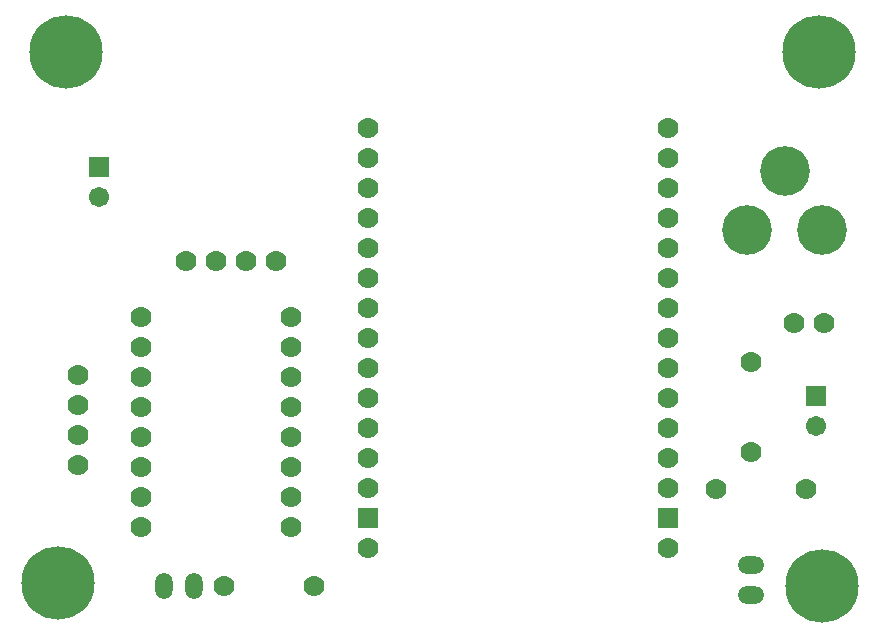
<source format=gts>
G04 Layer_Color=8388736*
%FSLAX24Y24*%
%MOIN*%
G70*
G01*
G75*
%ADD24C,0.0700*%
%ADD25C,0.0700*%
%ADD26O,0.0580X0.0880*%
%ADD27O,0.0880X0.0580*%
%ADD28R,0.0671X0.0671*%
%ADD29C,0.0671*%
%ADD30R,0.0700X0.0700*%
%ADD31C,0.1655*%
%ADD32C,0.2442*%
G54D24*
X12419Y17251D02*
D03*
X9419D02*
D03*
X12009Y22779D02*
D03*
X13009D02*
D03*
X10580Y18503D02*
D03*
Y21503D02*
D03*
X-6967Y14043D02*
D03*
X-3967D02*
D03*
G54D25*
X-11841Y18058D02*
D03*
Y19058D02*
D03*
Y20058D02*
D03*
Y21058D02*
D03*
X-2195Y29279D02*
D03*
Y28279D02*
D03*
Y27279D02*
D03*
Y26279D02*
D03*
Y25279D02*
D03*
Y24279D02*
D03*
Y23279D02*
D03*
Y22279D02*
D03*
Y21279D02*
D03*
Y20279D02*
D03*
Y19279D02*
D03*
Y18279D02*
D03*
Y17279D02*
D03*
Y15279D02*
D03*
X7805D02*
D03*
Y17279D02*
D03*
Y18279D02*
D03*
Y19279D02*
D03*
Y20279D02*
D03*
Y21279D02*
D03*
Y22279D02*
D03*
Y23279D02*
D03*
Y24279D02*
D03*
Y25279D02*
D03*
Y26279D02*
D03*
Y27279D02*
D03*
Y28279D02*
D03*
Y29279D02*
D03*
X-9754Y15991D02*
D03*
Y16991D02*
D03*
Y17991D02*
D03*
Y18991D02*
D03*
Y19991D02*
D03*
Y20991D02*
D03*
Y21991D02*
D03*
Y22991D02*
D03*
X-4754D02*
D03*
Y21991D02*
D03*
Y20991D02*
D03*
Y19991D02*
D03*
Y18991D02*
D03*
Y17991D02*
D03*
Y16991D02*
D03*
Y15991D02*
D03*
X-8247Y24849D02*
D03*
X-7247D02*
D03*
X-6247D02*
D03*
X-5247D02*
D03*
G54D26*
X-8987Y14023D02*
D03*
X-7987D02*
D03*
G54D27*
X10592Y13723D02*
D03*
Y14723D02*
D03*
G54D28*
X-11152Y27999D02*
D03*
X12757Y20377D02*
D03*
G54D29*
X-11152Y26999D02*
D03*
X12757Y19377D02*
D03*
G54D30*
X7805Y16279D02*
D03*
X-2195D02*
D03*
G54D31*
X12942Y25893D02*
D03*
X10462D02*
D03*
X11702Y27877D02*
D03*
G54D32*
X-12235Y31838D02*
D03*
X-12530Y14121D02*
D03*
X12962Y14023D02*
D03*
X12864Y31838D02*
D03*
M02*

</source>
